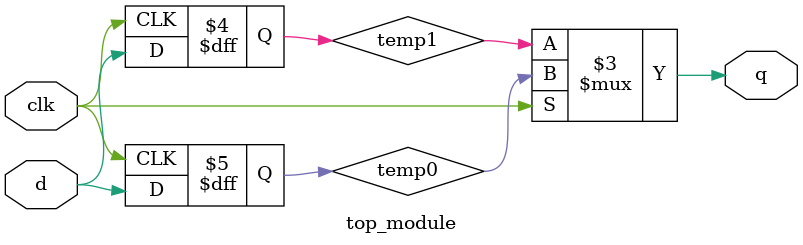
<source format=v>
module top_module (
    input clk,
    input d,
    output q
);
    reg temp0, temp1;
    always @(posedge clk) begin
        temp0 <= d;
    end
    
    always @(negedge clk) begin
        temp1 <= d;
    end
	assign q = clk?temp0:temp1;
endmodule


</source>
